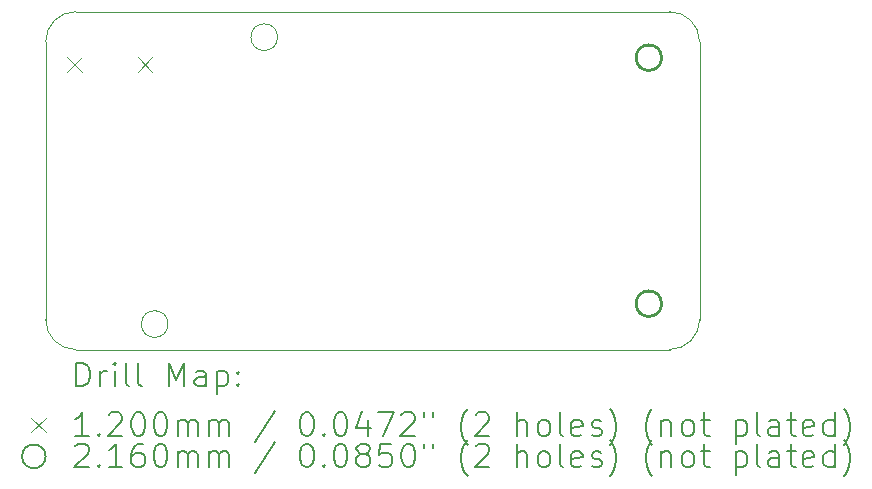
<source format=gbr>
%TF.GenerationSoftware,KiCad,Pcbnew,7.0.10*%
%TF.CreationDate,2024-12-22T23:47:16-08:00*%
%TF.ProjectId,wsg1.0,77736731-2e30-42e6-9b69-6361645f7063,rev?*%
%TF.SameCoordinates,Original*%
%TF.FileFunction,Drillmap*%
%TF.FilePolarity,Positive*%
%FSLAX45Y45*%
G04 Gerber Fmt 4.5, Leading zero omitted, Abs format (unit mm)*
G04 Created by KiCad (PCBNEW 7.0.10) date 2024-12-22 23:47:16*
%MOMM*%
%LPD*%
G01*
G04 APERTURE LIST*
%ADD10C,0.010000*%
%ADD11C,0.200000*%
%ADD12C,0.120000*%
%ADD13C,0.216000*%
G04 APERTURE END LIST*
D10*
X5537200Y-254000D02*
G75*
G03*
X5283200Y0I-254000J0D01*
G01*
X1964055Y-215913D02*
G75*
G03*
X1737995Y-215913I-113030J0D01*
G01*
X1737995Y-215913D02*
G75*
G03*
X1964055Y-215913I113030J0D01*
G01*
X254000Y-2860675D02*
X5283200Y-2860675D01*
X5283200Y-2860675D02*
G75*
G03*
X5537200Y-2606675I0J254000D01*
G01*
X1036155Y-2644788D02*
G75*
G03*
X810095Y-2644788I-113030J0D01*
G01*
X810095Y-2644788D02*
G75*
G03*
X1036155Y-2644788I113030J0D01*
G01*
X5283200Y0D02*
X254000Y0D01*
X5537200Y-2606675D02*
X5537200Y-254000D01*
X254000Y0D02*
G75*
G03*
X0Y-254000I0J-254000D01*
G01*
X0Y-2606675D02*
G75*
G03*
X254000Y-2860675I254000J0D01*
G01*
X0Y-254000D02*
X0Y-2606675D01*
D11*
D12*
X184000Y-387000D02*
X304000Y-507000D01*
X304000Y-387000D02*
X184000Y-507000D01*
X784000Y-387000D02*
X904000Y-507000D01*
X904000Y-387000D02*
X784000Y-507000D01*
D13*
X5215300Y-389400D02*
G75*
G03*
X4999300Y-389400I-108000J0D01*
G01*
X4999300Y-389400D02*
G75*
G03*
X5215300Y-389400I108000J0D01*
G01*
X5215300Y-2472400D02*
G75*
G03*
X4999300Y-2472400I-108000J0D01*
G01*
X4999300Y-2472400D02*
G75*
G03*
X5215300Y-2472400I108000J0D01*
G01*
D11*
X260277Y-3172659D02*
X260277Y-2972659D01*
X260277Y-2972659D02*
X307896Y-2972659D01*
X307896Y-2972659D02*
X336467Y-2982183D01*
X336467Y-2982183D02*
X355515Y-3001230D01*
X355515Y-3001230D02*
X365039Y-3020278D01*
X365039Y-3020278D02*
X374562Y-3058373D01*
X374562Y-3058373D02*
X374562Y-3086944D01*
X374562Y-3086944D02*
X365039Y-3125040D01*
X365039Y-3125040D02*
X355515Y-3144087D01*
X355515Y-3144087D02*
X336467Y-3163135D01*
X336467Y-3163135D02*
X307896Y-3172659D01*
X307896Y-3172659D02*
X260277Y-3172659D01*
X460277Y-3172659D02*
X460277Y-3039325D01*
X460277Y-3077421D02*
X469801Y-3058373D01*
X469801Y-3058373D02*
X479324Y-3048849D01*
X479324Y-3048849D02*
X498372Y-3039325D01*
X498372Y-3039325D02*
X517420Y-3039325D01*
X584086Y-3172659D02*
X584086Y-3039325D01*
X584086Y-2972659D02*
X574563Y-2982183D01*
X574563Y-2982183D02*
X584086Y-2991706D01*
X584086Y-2991706D02*
X593610Y-2982183D01*
X593610Y-2982183D02*
X584086Y-2972659D01*
X584086Y-2972659D02*
X584086Y-2991706D01*
X707896Y-3172659D02*
X688848Y-3163135D01*
X688848Y-3163135D02*
X679324Y-3144087D01*
X679324Y-3144087D02*
X679324Y-2972659D01*
X812658Y-3172659D02*
X793610Y-3163135D01*
X793610Y-3163135D02*
X784086Y-3144087D01*
X784086Y-3144087D02*
X784086Y-2972659D01*
X1041229Y-3172659D02*
X1041229Y-2972659D01*
X1041229Y-2972659D02*
X1107896Y-3115516D01*
X1107896Y-3115516D02*
X1174563Y-2972659D01*
X1174563Y-2972659D02*
X1174563Y-3172659D01*
X1355515Y-3172659D02*
X1355515Y-3067897D01*
X1355515Y-3067897D02*
X1345991Y-3048849D01*
X1345991Y-3048849D02*
X1326944Y-3039325D01*
X1326944Y-3039325D02*
X1288848Y-3039325D01*
X1288848Y-3039325D02*
X1269801Y-3048849D01*
X1355515Y-3163135D02*
X1336467Y-3172659D01*
X1336467Y-3172659D02*
X1288848Y-3172659D01*
X1288848Y-3172659D02*
X1269801Y-3163135D01*
X1269801Y-3163135D02*
X1260277Y-3144087D01*
X1260277Y-3144087D02*
X1260277Y-3125040D01*
X1260277Y-3125040D02*
X1269801Y-3105992D01*
X1269801Y-3105992D02*
X1288848Y-3096468D01*
X1288848Y-3096468D02*
X1336467Y-3096468D01*
X1336467Y-3096468D02*
X1355515Y-3086944D01*
X1450753Y-3039325D02*
X1450753Y-3239325D01*
X1450753Y-3048849D02*
X1469801Y-3039325D01*
X1469801Y-3039325D02*
X1507896Y-3039325D01*
X1507896Y-3039325D02*
X1526943Y-3048849D01*
X1526943Y-3048849D02*
X1536467Y-3058373D01*
X1536467Y-3058373D02*
X1545991Y-3077421D01*
X1545991Y-3077421D02*
X1545991Y-3134563D01*
X1545991Y-3134563D02*
X1536467Y-3153611D01*
X1536467Y-3153611D02*
X1526943Y-3163135D01*
X1526943Y-3163135D02*
X1507896Y-3172659D01*
X1507896Y-3172659D02*
X1469801Y-3172659D01*
X1469801Y-3172659D02*
X1450753Y-3163135D01*
X1631705Y-3153611D02*
X1641229Y-3163135D01*
X1641229Y-3163135D02*
X1631705Y-3172659D01*
X1631705Y-3172659D02*
X1622182Y-3163135D01*
X1622182Y-3163135D02*
X1631705Y-3153611D01*
X1631705Y-3153611D02*
X1631705Y-3172659D01*
X1631705Y-3048849D02*
X1641229Y-3058373D01*
X1641229Y-3058373D02*
X1631705Y-3067897D01*
X1631705Y-3067897D02*
X1622182Y-3058373D01*
X1622182Y-3058373D02*
X1631705Y-3048849D01*
X1631705Y-3048849D02*
X1631705Y-3067897D01*
D12*
X-120500Y-3441175D02*
X-500Y-3561175D01*
X-500Y-3441175D02*
X-120500Y-3561175D01*
D11*
X365039Y-3592659D02*
X250753Y-3592659D01*
X307896Y-3592659D02*
X307896Y-3392659D01*
X307896Y-3392659D02*
X288848Y-3421230D01*
X288848Y-3421230D02*
X269801Y-3440278D01*
X269801Y-3440278D02*
X250753Y-3449802D01*
X450753Y-3573611D02*
X460277Y-3583135D01*
X460277Y-3583135D02*
X450753Y-3592659D01*
X450753Y-3592659D02*
X441229Y-3583135D01*
X441229Y-3583135D02*
X450753Y-3573611D01*
X450753Y-3573611D02*
X450753Y-3592659D01*
X536467Y-3411706D02*
X545991Y-3402183D01*
X545991Y-3402183D02*
X565039Y-3392659D01*
X565039Y-3392659D02*
X612658Y-3392659D01*
X612658Y-3392659D02*
X631705Y-3402183D01*
X631705Y-3402183D02*
X641229Y-3411706D01*
X641229Y-3411706D02*
X650753Y-3430754D01*
X650753Y-3430754D02*
X650753Y-3449802D01*
X650753Y-3449802D02*
X641229Y-3478373D01*
X641229Y-3478373D02*
X526944Y-3592659D01*
X526944Y-3592659D02*
X650753Y-3592659D01*
X774562Y-3392659D02*
X793610Y-3392659D01*
X793610Y-3392659D02*
X812658Y-3402183D01*
X812658Y-3402183D02*
X822182Y-3411706D01*
X822182Y-3411706D02*
X831705Y-3430754D01*
X831705Y-3430754D02*
X841229Y-3468849D01*
X841229Y-3468849D02*
X841229Y-3516468D01*
X841229Y-3516468D02*
X831705Y-3554563D01*
X831705Y-3554563D02*
X822182Y-3573611D01*
X822182Y-3573611D02*
X812658Y-3583135D01*
X812658Y-3583135D02*
X793610Y-3592659D01*
X793610Y-3592659D02*
X774562Y-3592659D01*
X774562Y-3592659D02*
X755515Y-3583135D01*
X755515Y-3583135D02*
X745991Y-3573611D01*
X745991Y-3573611D02*
X736467Y-3554563D01*
X736467Y-3554563D02*
X726943Y-3516468D01*
X726943Y-3516468D02*
X726943Y-3468849D01*
X726943Y-3468849D02*
X736467Y-3430754D01*
X736467Y-3430754D02*
X745991Y-3411706D01*
X745991Y-3411706D02*
X755515Y-3402183D01*
X755515Y-3402183D02*
X774562Y-3392659D01*
X965039Y-3392659D02*
X984086Y-3392659D01*
X984086Y-3392659D02*
X1003134Y-3402183D01*
X1003134Y-3402183D02*
X1012658Y-3411706D01*
X1012658Y-3411706D02*
X1022182Y-3430754D01*
X1022182Y-3430754D02*
X1031705Y-3468849D01*
X1031705Y-3468849D02*
X1031705Y-3516468D01*
X1031705Y-3516468D02*
X1022182Y-3554563D01*
X1022182Y-3554563D02*
X1012658Y-3573611D01*
X1012658Y-3573611D02*
X1003134Y-3583135D01*
X1003134Y-3583135D02*
X984086Y-3592659D01*
X984086Y-3592659D02*
X965039Y-3592659D01*
X965039Y-3592659D02*
X945991Y-3583135D01*
X945991Y-3583135D02*
X936467Y-3573611D01*
X936467Y-3573611D02*
X926943Y-3554563D01*
X926943Y-3554563D02*
X917420Y-3516468D01*
X917420Y-3516468D02*
X917420Y-3468849D01*
X917420Y-3468849D02*
X926943Y-3430754D01*
X926943Y-3430754D02*
X936467Y-3411706D01*
X936467Y-3411706D02*
X945991Y-3402183D01*
X945991Y-3402183D02*
X965039Y-3392659D01*
X1117420Y-3592659D02*
X1117420Y-3459325D01*
X1117420Y-3478373D02*
X1126944Y-3468849D01*
X1126944Y-3468849D02*
X1145991Y-3459325D01*
X1145991Y-3459325D02*
X1174563Y-3459325D01*
X1174563Y-3459325D02*
X1193610Y-3468849D01*
X1193610Y-3468849D02*
X1203134Y-3487897D01*
X1203134Y-3487897D02*
X1203134Y-3592659D01*
X1203134Y-3487897D02*
X1212658Y-3468849D01*
X1212658Y-3468849D02*
X1231705Y-3459325D01*
X1231705Y-3459325D02*
X1260277Y-3459325D01*
X1260277Y-3459325D02*
X1279325Y-3468849D01*
X1279325Y-3468849D02*
X1288848Y-3487897D01*
X1288848Y-3487897D02*
X1288848Y-3592659D01*
X1384086Y-3592659D02*
X1384086Y-3459325D01*
X1384086Y-3478373D02*
X1393610Y-3468849D01*
X1393610Y-3468849D02*
X1412658Y-3459325D01*
X1412658Y-3459325D02*
X1441229Y-3459325D01*
X1441229Y-3459325D02*
X1460277Y-3468849D01*
X1460277Y-3468849D02*
X1469801Y-3487897D01*
X1469801Y-3487897D02*
X1469801Y-3592659D01*
X1469801Y-3487897D02*
X1479324Y-3468849D01*
X1479324Y-3468849D02*
X1498372Y-3459325D01*
X1498372Y-3459325D02*
X1526943Y-3459325D01*
X1526943Y-3459325D02*
X1545991Y-3468849D01*
X1545991Y-3468849D02*
X1555515Y-3487897D01*
X1555515Y-3487897D02*
X1555515Y-3592659D01*
X1945991Y-3383135D02*
X1774563Y-3640278D01*
X2203134Y-3392659D02*
X2222182Y-3392659D01*
X2222182Y-3392659D02*
X2241229Y-3402183D01*
X2241229Y-3402183D02*
X2250753Y-3411706D01*
X2250753Y-3411706D02*
X2260277Y-3430754D01*
X2260277Y-3430754D02*
X2269801Y-3468849D01*
X2269801Y-3468849D02*
X2269801Y-3516468D01*
X2269801Y-3516468D02*
X2260277Y-3554563D01*
X2260277Y-3554563D02*
X2250753Y-3573611D01*
X2250753Y-3573611D02*
X2241229Y-3583135D01*
X2241229Y-3583135D02*
X2222182Y-3592659D01*
X2222182Y-3592659D02*
X2203134Y-3592659D01*
X2203134Y-3592659D02*
X2184087Y-3583135D01*
X2184087Y-3583135D02*
X2174563Y-3573611D01*
X2174563Y-3573611D02*
X2165039Y-3554563D01*
X2165039Y-3554563D02*
X2155515Y-3516468D01*
X2155515Y-3516468D02*
X2155515Y-3468849D01*
X2155515Y-3468849D02*
X2165039Y-3430754D01*
X2165039Y-3430754D02*
X2174563Y-3411706D01*
X2174563Y-3411706D02*
X2184087Y-3402183D01*
X2184087Y-3402183D02*
X2203134Y-3392659D01*
X2355515Y-3573611D02*
X2365039Y-3583135D01*
X2365039Y-3583135D02*
X2355515Y-3592659D01*
X2355515Y-3592659D02*
X2345991Y-3583135D01*
X2345991Y-3583135D02*
X2355515Y-3573611D01*
X2355515Y-3573611D02*
X2355515Y-3592659D01*
X2488848Y-3392659D02*
X2507896Y-3392659D01*
X2507896Y-3392659D02*
X2526944Y-3402183D01*
X2526944Y-3402183D02*
X2536468Y-3411706D01*
X2536468Y-3411706D02*
X2545991Y-3430754D01*
X2545991Y-3430754D02*
X2555515Y-3468849D01*
X2555515Y-3468849D02*
X2555515Y-3516468D01*
X2555515Y-3516468D02*
X2545991Y-3554563D01*
X2545991Y-3554563D02*
X2536468Y-3573611D01*
X2536468Y-3573611D02*
X2526944Y-3583135D01*
X2526944Y-3583135D02*
X2507896Y-3592659D01*
X2507896Y-3592659D02*
X2488848Y-3592659D01*
X2488848Y-3592659D02*
X2469801Y-3583135D01*
X2469801Y-3583135D02*
X2460277Y-3573611D01*
X2460277Y-3573611D02*
X2450753Y-3554563D01*
X2450753Y-3554563D02*
X2441229Y-3516468D01*
X2441229Y-3516468D02*
X2441229Y-3468849D01*
X2441229Y-3468849D02*
X2450753Y-3430754D01*
X2450753Y-3430754D02*
X2460277Y-3411706D01*
X2460277Y-3411706D02*
X2469801Y-3402183D01*
X2469801Y-3402183D02*
X2488848Y-3392659D01*
X2726944Y-3459325D02*
X2726944Y-3592659D01*
X2679325Y-3383135D02*
X2631706Y-3525992D01*
X2631706Y-3525992D02*
X2755515Y-3525992D01*
X2812658Y-3392659D02*
X2945991Y-3392659D01*
X2945991Y-3392659D02*
X2860277Y-3592659D01*
X3012658Y-3411706D02*
X3022182Y-3402183D01*
X3022182Y-3402183D02*
X3041229Y-3392659D01*
X3041229Y-3392659D02*
X3088848Y-3392659D01*
X3088848Y-3392659D02*
X3107896Y-3402183D01*
X3107896Y-3402183D02*
X3117420Y-3411706D01*
X3117420Y-3411706D02*
X3126944Y-3430754D01*
X3126944Y-3430754D02*
X3126944Y-3449802D01*
X3126944Y-3449802D02*
X3117420Y-3478373D01*
X3117420Y-3478373D02*
X3003134Y-3592659D01*
X3003134Y-3592659D02*
X3126944Y-3592659D01*
X3203134Y-3392659D02*
X3203134Y-3430754D01*
X3279325Y-3392659D02*
X3279325Y-3430754D01*
X3574563Y-3668849D02*
X3565039Y-3659325D01*
X3565039Y-3659325D02*
X3545991Y-3630754D01*
X3545991Y-3630754D02*
X3536468Y-3611706D01*
X3536468Y-3611706D02*
X3526944Y-3583135D01*
X3526944Y-3583135D02*
X3517420Y-3535516D01*
X3517420Y-3535516D02*
X3517420Y-3497421D01*
X3517420Y-3497421D02*
X3526944Y-3449802D01*
X3526944Y-3449802D02*
X3536468Y-3421230D01*
X3536468Y-3421230D02*
X3545991Y-3402183D01*
X3545991Y-3402183D02*
X3565039Y-3373611D01*
X3565039Y-3373611D02*
X3574563Y-3364087D01*
X3641229Y-3411706D02*
X3650753Y-3402183D01*
X3650753Y-3402183D02*
X3669801Y-3392659D01*
X3669801Y-3392659D02*
X3717420Y-3392659D01*
X3717420Y-3392659D02*
X3736468Y-3402183D01*
X3736468Y-3402183D02*
X3745991Y-3411706D01*
X3745991Y-3411706D02*
X3755515Y-3430754D01*
X3755515Y-3430754D02*
X3755515Y-3449802D01*
X3755515Y-3449802D02*
X3745991Y-3478373D01*
X3745991Y-3478373D02*
X3631706Y-3592659D01*
X3631706Y-3592659D02*
X3755515Y-3592659D01*
X3993610Y-3592659D02*
X3993610Y-3392659D01*
X4079325Y-3592659D02*
X4079325Y-3487897D01*
X4079325Y-3487897D02*
X4069801Y-3468849D01*
X4069801Y-3468849D02*
X4050753Y-3459325D01*
X4050753Y-3459325D02*
X4022182Y-3459325D01*
X4022182Y-3459325D02*
X4003134Y-3468849D01*
X4003134Y-3468849D02*
X3993610Y-3478373D01*
X4203134Y-3592659D02*
X4184087Y-3583135D01*
X4184087Y-3583135D02*
X4174563Y-3573611D01*
X4174563Y-3573611D02*
X4165039Y-3554563D01*
X4165039Y-3554563D02*
X4165039Y-3497421D01*
X4165039Y-3497421D02*
X4174563Y-3478373D01*
X4174563Y-3478373D02*
X4184087Y-3468849D01*
X4184087Y-3468849D02*
X4203134Y-3459325D01*
X4203134Y-3459325D02*
X4231706Y-3459325D01*
X4231706Y-3459325D02*
X4250753Y-3468849D01*
X4250753Y-3468849D02*
X4260277Y-3478373D01*
X4260277Y-3478373D02*
X4269801Y-3497421D01*
X4269801Y-3497421D02*
X4269801Y-3554563D01*
X4269801Y-3554563D02*
X4260277Y-3573611D01*
X4260277Y-3573611D02*
X4250753Y-3583135D01*
X4250753Y-3583135D02*
X4231706Y-3592659D01*
X4231706Y-3592659D02*
X4203134Y-3592659D01*
X4384087Y-3592659D02*
X4365039Y-3583135D01*
X4365039Y-3583135D02*
X4355515Y-3564087D01*
X4355515Y-3564087D02*
X4355515Y-3392659D01*
X4536468Y-3583135D02*
X4517420Y-3592659D01*
X4517420Y-3592659D02*
X4479325Y-3592659D01*
X4479325Y-3592659D02*
X4460277Y-3583135D01*
X4460277Y-3583135D02*
X4450753Y-3564087D01*
X4450753Y-3564087D02*
X4450753Y-3487897D01*
X4450753Y-3487897D02*
X4460277Y-3468849D01*
X4460277Y-3468849D02*
X4479325Y-3459325D01*
X4479325Y-3459325D02*
X4517420Y-3459325D01*
X4517420Y-3459325D02*
X4536468Y-3468849D01*
X4536468Y-3468849D02*
X4545992Y-3487897D01*
X4545992Y-3487897D02*
X4545992Y-3506944D01*
X4545992Y-3506944D02*
X4450753Y-3525992D01*
X4622182Y-3583135D02*
X4641230Y-3592659D01*
X4641230Y-3592659D02*
X4679325Y-3592659D01*
X4679325Y-3592659D02*
X4698373Y-3583135D01*
X4698373Y-3583135D02*
X4707896Y-3564087D01*
X4707896Y-3564087D02*
X4707896Y-3554563D01*
X4707896Y-3554563D02*
X4698373Y-3535516D01*
X4698373Y-3535516D02*
X4679325Y-3525992D01*
X4679325Y-3525992D02*
X4650753Y-3525992D01*
X4650753Y-3525992D02*
X4631706Y-3516468D01*
X4631706Y-3516468D02*
X4622182Y-3497421D01*
X4622182Y-3497421D02*
X4622182Y-3487897D01*
X4622182Y-3487897D02*
X4631706Y-3468849D01*
X4631706Y-3468849D02*
X4650753Y-3459325D01*
X4650753Y-3459325D02*
X4679325Y-3459325D01*
X4679325Y-3459325D02*
X4698373Y-3468849D01*
X4774563Y-3668849D02*
X4784087Y-3659325D01*
X4784087Y-3659325D02*
X4803134Y-3630754D01*
X4803134Y-3630754D02*
X4812658Y-3611706D01*
X4812658Y-3611706D02*
X4822182Y-3583135D01*
X4822182Y-3583135D02*
X4831706Y-3535516D01*
X4831706Y-3535516D02*
X4831706Y-3497421D01*
X4831706Y-3497421D02*
X4822182Y-3449802D01*
X4822182Y-3449802D02*
X4812658Y-3421230D01*
X4812658Y-3421230D02*
X4803134Y-3402183D01*
X4803134Y-3402183D02*
X4784087Y-3373611D01*
X4784087Y-3373611D02*
X4774563Y-3364087D01*
X5136468Y-3668849D02*
X5126944Y-3659325D01*
X5126944Y-3659325D02*
X5107896Y-3630754D01*
X5107896Y-3630754D02*
X5098373Y-3611706D01*
X5098373Y-3611706D02*
X5088849Y-3583135D01*
X5088849Y-3583135D02*
X5079325Y-3535516D01*
X5079325Y-3535516D02*
X5079325Y-3497421D01*
X5079325Y-3497421D02*
X5088849Y-3449802D01*
X5088849Y-3449802D02*
X5098373Y-3421230D01*
X5098373Y-3421230D02*
X5107896Y-3402183D01*
X5107896Y-3402183D02*
X5126944Y-3373611D01*
X5126944Y-3373611D02*
X5136468Y-3364087D01*
X5212658Y-3459325D02*
X5212658Y-3592659D01*
X5212658Y-3478373D02*
X5222182Y-3468849D01*
X5222182Y-3468849D02*
X5241230Y-3459325D01*
X5241230Y-3459325D02*
X5269801Y-3459325D01*
X5269801Y-3459325D02*
X5288849Y-3468849D01*
X5288849Y-3468849D02*
X5298373Y-3487897D01*
X5298373Y-3487897D02*
X5298373Y-3592659D01*
X5422182Y-3592659D02*
X5403134Y-3583135D01*
X5403134Y-3583135D02*
X5393611Y-3573611D01*
X5393611Y-3573611D02*
X5384087Y-3554563D01*
X5384087Y-3554563D02*
X5384087Y-3497421D01*
X5384087Y-3497421D02*
X5393611Y-3478373D01*
X5393611Y-3478373D02*
X5403134Y-3468849D01*
X5403134Y-3468849D02*
X5422182Y-3459325D01*
X5422182Y-3459325D02*
X5450754Y-3459325D01*
X5450754Y-3459325D02*
X5469801Y-3468849D01*
X5469801Y-3468849D02*
X5479325Y-3478373D01*
X5479325Y-3478373D02*
X5488849Y-3497421D01*
X5488849Y-3497421D02*
X5488849Y-3554563D01*
X5488849Y-3554563D02*
X5479325Y-3573611D01*
X5479325Y-3573611D02*
X5469801Y-3583135D01*
X5469801Y-3583135D02*
X5450754Y-3592659D01*
X5450754Y-3592659D02*
X5422182Y-3592659D01*
X5545992Y-3459325D02*
X5622182Y-3459325D01*
X5574563Y-3392659D02*
X5574563Y-3564087D01*
X5574563Y-3564087D02*
X5584087Y-3583135D01*
X5584087Y-3583135D02*
X5603134Y-3592659D01*
X5603134Y-3592659D02*
X5622182Y-3592659D01*
X5841230Y-3459325D02*
X5841230Y-3659325D01*
X5841230Y-3468849D02*
X5860277Y-3459325D01*
X5860277Y-3459325D02*
X5898373Y-3459325D01*
X5898373Y-3459325D02*
X5917420Y-3468849D01*
X5917420Y-3468849D02*
X5926944Y-3478373D01*
X5926944Y-3478373D02*
X5936468Y-3497421D01*
X5936468Y-3497421D02*
X5936468Y-3554563D01*
X5936468Y-3554563D02*
X5926944Y-3573611D01*
X5926944Y-3573611D02*
X5917420Y-3583135D01*
X5917420Y-3583135D02*
X5898373Y-3592659D01*
X5898373Y-3592659D02*
X5860277Y-3592659D01*
X5860277Y-3592659D02*
X5841230Y-3583135D01*
X6050753Y-3592659D02*
X6031706Y-3583135D01*
X6031706Y-3583135D02*
X6022182Y-3564087D01*
X6022182Y-3564087D02*
X6022182Y-3392659D01*
X6212658Y-3592659D02*
X6212658Y-3487897D01*
X6212658Y-3487897D02*
X6203134Y-3468849D01*
X6203134Y-3468849D02*
X6184087Y-3459325D01*
X6184087Y-3459325D02*
X6145992Y-3459325D01*
X6145992Y-3459325D02*
X6126944Y-3468849D01*
X6212658Y-3583135D02*
X6193611Y-3592659D01*
X6193611Y-3592659D02*
X6145992Y-3592659D01*
X6145992Y-3592659D02*
X6126944Y-3583135D01*
X6126944Y-3583135D02*
X6117420Y-3564087D01*
X6117420Y-3564087D02*
X6117420Y-3545040D01*
X6117420Y-3545040D02*
X6126944Y-3525992D01*
X6126944Y-3525992D02*
X6145992Y-3516468D01*
X6145992Y-3516468D02*
X6193611Y-3516468D01*
X6193611Y-3516468D02*
X6212658Y-3506944D01*
X6279325Y-3459325D02*
X6355515Y-3459325D01*
X6307896Y-3392659D02*
X6307896Y-3564087D01*
X6307896Y-3564087D02*
X6317420Y-3583135D01*
X6317420Y-3583135D02*
X6336468Y-3592659D01*
X6336468Y-3592659D02*
X6355515Y-3592659D01*
X6498373Y-3583135D02*
X6479325Y-3592659D01*
X6479325Y-3592659D02*
X6441230Y-3592659D01*
X6441230Y-3592659D02*
X6422182Y-3583135D01*
X6422182Y-3583135D02*
X6412658Y-3564087D01*
X6412658Y-3564087D02*
X6412658Y-3487897D01*
X6412658Y-3487897D02*
X6422182Y-3468849D01*
X6422182Y-3468849D02*
X6441230Y-3459325D01*
X6441230Y-3459325D02*
X6479325Y-3459325D01*
X6479325Y-3459325D02*
X6498373Y-3468849D01*
X6498373Y-3468849D02*
X6507896Y-3487897D01*
X6507896Y-3487897D02*
X6507896Y-3506944D01*
X6507896Y-3506944D02*
X6412658Y-3525992D01*
X6679325Y-3592659D02*
X6679325Y-3392659D01*
X6679325Y-3583135D02*
X6660277Y-3592659D01*
X6660277Y-3592659D02*
X6622182Y-3592659D01*
X6622182Y-3592659D02*
X6603134Y-3583135D01*
X6603134Y-3583135D02*
X6593611Y-3573611D01*
X6593611Y-3573611D02*
X6584087Y-3554563D01*
X6584087Y-3554563D02*
X6584087Y-3497421D01*
X6584087Y-3497421D02*
X6593611Y-3478373D01*
X6593611Y-3478373D02*
X6603134Y-3468849D01*
X6603134Y-3468849D02*
X6622182Y-3459325D01*
X6622182Y-3459325D02*
X6660277Y-3459325D01*
X6660277Y-3459325D02*
X6679325Y-3468849D01*
X6755515Y-3668849D02*
X6765039Y-3659325D01*
X6765039Y-3659325D02*
X6784087Y-3630754D01*
X6784087Y-3630754D02*
X6793611Y-3611706D01*
X6793611Y-3611706D02*
X6803134Y-3583135D01*
X6803134Y-3583135D02*
X6812658Y-3535516D01*
X6812658Y-3535516D02*
X6812658Y-3497421D01*
X6812658Y-3497421D02*
X6803134Y-3449802D01*
X6803134Y-3449802D02*
X6793611Y-3421230D01*
X6793611Y-3421230D02*
X6784087Y-3402183D01*
X6784087Y-3402183D02*
X6765039Y-3373611D01*
X6765039Y-3373611D02*
X6755515Y-3364087D01*
X-500Y-3765175D02*
G75*
G03*
X-200500Y-3765175I-100000J0D01*
G01*
X-200500Y-3765175D02*
G75*
G03*
X-500Y-3765175I100000J0D01*
G01*
X250753Y-3675706D02*
X260277Y-3666183D01*
X260277Y-3666183D02*
X279324Y-3656659D01*
X279324Y-3656659D02*
X326944Y-3656659D01*
X326944Y-3656659D02*
X345991Y-3666183D01*
X345991Y-3666183D02*
X355515Y-3675706D01*
X355515Y-3675706D02*
X365039Y-3694754D01*
X365039Y-3694754D02*
X365039Y-3713802D01*
X365039Y-3713802D02*
X355515Y-3742373D01*
X355515Y-3742373D02*
X241229Y-3856659D01*
X241229Y-3856659D02*
X365039Y-3856659D01*
X450753Y-3837611D02*
X460277Y-3847135D01*
X460277Y-3847135D02*
X450753Y-3856659D01*
X450753Y-3856659D02*
X441229Y-3847135D01*
X441229Y-3847135D02*
X450753Y-3837611D01*
X450753Y-3837611D02*
X450753Y-3856659D01*
X650753Y-3856659D02*
X536467Y-3856659D01*
X593610Y-3856659D02*
X593610Y-3656659D01*
X593610Y-3656659D02*
X574563Y-3685230D01*
X574563Y-3685230D02*
X555515Y-3704278D01*
X555515Y-3704278D02*
X536467Y-3713802D01*
X822182Y-3656659D02*
X784086Y-3656659D01*
X784086Y-3656659D02*
X765039Y-3666183D01*
X765039Y-3666183D02*
X755515Y-3675706D01*
X755515Y-3675706D02*
X736467Y-3704278D01*
X736467Y-3704278D02*
X726943Y-3742373D01*
X726943Y-3742373D02*
X726943Y-3818563D01*
X726943Y-3818563D02*
X736467Y-3837611D01*
X736467Y-3837611D02*
X745991Y-3847135D01*
X745991Y-3847135D02*
X765039Y-3856659D01*
X765039Y-3856659D02*
X803134Y-3856659D01*
X803134Y-3856659D02*
X822182Y-3847135D01*
X822182Y-3847135D02*
X831705Y-3837611D01*
X831705Y-3837611D02*
X841229Y-3818563D01*
X841229Y-3818563D02*
X841229Y-3770944D01*
X841229Y-3770944D02*
X831705Y-3751897D01*
X831705Y-3751897D02*
X822182Y-3742373D01*
X822182Y-3742373D02*
X803134Y-3732849D01*
X803134Y-3732849D02*
X765039Y-3732849D01*
X765039Y-3732849D02*
X745991Y-3742373D01*
X745991Y-3742373D02*
X736467Y-3751897D01*
X736467Y-3751897D02*
X726943Y-3770944D01*
X965039Y-3656659D02*
X984086Y-3656659D01*
X984086Y-3656659D02*
X1003134Y-3666183D01*
X1003134Y-3666183D02*
X1012658Y-3675706D01*
X1012658Y-3675706D02*
X1022182Y-3694754D01*
X1022182Y-3694754D02*
X1031705Y-3732849D01*
X1031705Y-3732849D02*
X1031705Y-3780468D01*
X1031705Y-3780468D02*
X1022182Y-3818563D01*
X1022182Y-3818563D02*
X1012658Y-3837611D01*
X1012658Y-3837611D02*
X1003134Y-3847135D01*
X1003134Y-3847135D02*
X984086Y-3856659D01*
X984086Y-3856659D02*
X965039Y-3856659D01*
X965039Y-3856659D02*
X945991Y-3847135D01*
X945991Y-3847135D02*
X936467Y-3837611D01*
X936467Y-3837611D02*
X926943Y-3818563D01*
X926943Y-3818563D02*
X917420Y-3780468D01*
X917420Y-3780468D02*
X917420Y-3732849D01*
X917420Y-3732849D02*
X926943Y-3694754D01*
X926943Y-3694754D02*
X936467Y-3675706D01*
X936467Y-3675706D02*
X945991Y-3666183D01*
X945991Y-3666183D02*
X965039Y-3656659D01*
X1117420Y-3856659D02*
X1117420Y-3723325D01*
X1117420Y-3742373D02*
X1126944Y-3732849D01*
X1126944Y-3732849D02*
X1145991Y-3723325D01*
X1145991Y-3723325D02*
X1174563Y-3723325D01*
X1174563Y-3723325D02*
X1193610Y-3732849D01*
X1193610Y-3732849D02*
X1203134Y-3751897D01*
X1203134Y-3751897D02*
X1203134Y-3856659D01*
X1203134Y-3751897D02*
X1212658Y-3732849D01*
X1212658Y-3732849D02*
X1231705Y-3723325D01*
X1231705Y-3723325D02*
X1260277Y-3723325D01*
X1260277Y-3723325D02*
X1279325Y-3732849D01*
X1279325Y-3732849D02*
X1288848Y-3751897D01*
X1288848Y-3751897D02*
X1288848Y-3856659D01*
X1384086Y-3856659D02*
X1384086Y-3723325D01*
X1384086Y-3742373D02*
X1393610Y-3732849D01*
X1393610Y-3732849D02*
X1412658Y-3723325D01*
X1412658Y-3723325D02*
X1441229Y-3723325D01*
X1441229Y-3723325D02*
X1460277Y-3732849D01*
X1460277Y-3732849D02*
X1469801Y-3751897D01*
X1469801Y-3751897D02*
X1469801Y-3856659D01*
X1469801Y-3751897D02*
X1479324Y-3732849D01*
X1479324Y-3732849D02*
X1498372Y-3723325D01*
X1498372Y-3723325D02*
X1526943Y-3723325D01*
X1526943Y-3723325D02*
X1545991Y-3732849D01*
X1545991Y-3732849D02*
X1555515Y-3751897D01*
X1555515Y-3751897D02*
X1555515Y-3856659D01*
X1945991Y-3647135D02*
X1774563Y-3904278D01*
X2203134Y-3656659D02*
X2222182Y-3656659D01*
X2222182Y-3656659D02*
X2241229Y-3666183D01*
X2241229Y-3666183D02*
X2250753Y-3675706D01*
X2250753Y-3675706D02*
X2260277Y-3694754D01*
X2260277Y-3694754D02*
X2269801Y-3732849D01*
X2269801Y-3732849D02*
X2269801Y-3780468D01*
X2269801Y-3780468D02*
X2260277Y-3818563D01*
X2260277Y-3818563D02*
X2250753Y-3837611D01*
X2250753Y-3837611D02*
X2241229Y-3847135D01*
X2241229Y-3847135D02*
X2222182Y-3856659D01*
X2222182Y-3856659D02*
X2203134Y-3856659D01*
X2203134Y-3856659D02*
X2184087Y-3847135D01*
X2184087Y-3847135D02*
X2174563Y-3837611D01*
X2174563Y-3837611D02*
X2165039Y-3818563D01*
X2165039Y-3818563D02*
X2155515Y-3780468D01*
X2155515Y-3780468D02*
X2155515Y-3732849D01*
X2155515Y-3732849D02*
X2165039Y-3694754D01*
X2165039Y-3694754D02*
X2174563Y-3675706D01*
X2174563Y-3675706D02*
X2184087Y-3666183D01*
X2184087Y-3666183D02*
X2203134Y-3656659D01*
X2355515Y-3837611D02*
X2365039Y-3847135D01*
X2365039Y-3847135D02*
X2355515Y-3856659D01*
X2355515Y-3856659D02*
X2345991Y-3847135D01*
X2345991Y-3847135D02*
X2355515Y-3837611D01*
X2355515Y-3837611D02*
X2355515Y-3856659D01*
X2488848Y-3656659D02*
X2507896Y-3656659D01*
X2507896Y-3656659D02*
X2526944Y-3666183D01*
X2526944Y-3666183D02*
X2536468Y-3675706D01*
X2536468Y-3675706D02*
X2545991Y-3694754D01*
X2545991Y-3694754D02*
X2555515Y-3732849D01*
X2555515Y-3732849D02*
X2555515Y-3780468D01*
X2555515Y-3780468D02*
X2545991Y-3818563D01*
X2545991Y-3818563D02*
X2536468Y-3837611D01*
X2536468Y-3837611D02*
X2526944Y-3847135D01*
X2526944Y-3847135D02*
X2507896Y-3856659D01*
X2507896Y-3856659D02*
X2488848Y-3856659D01*
X2488848Y-3856659D02*
X2469801Y-3847135D01*
X2469801Y-3847135D02*
X2460277Y-3837611D01*
X2460277Y-3837611D02*
X2450753Y-3818563D01*
X2450753Y-3818563D02*
X2441229Y-3780468D01*
X2441229Y-3780468D02*
X2441229Y-3732849D01*
X2441229Y-3732849D02*
X2450753Y-3694754D01*
X2450753Y-3694754D02*
X2460277Y-3675706D01*
X2460277Y-3675706D02*
X2469801Y-3666183D01*
X2469801Y-3666183D02*
X2488848Y-3656659D01*
X2669801Y-3742373D02*
X2650753Y-3732849D01*
X2650753Y-3732849D02*
X2641229Y-3723325D01*
X2641229Y-3723325D02*
X2631706Y-3704278D01*
X2631706Y-3704278D02*
X2631706Y-3694754D01*
X2631706Y-3694754D02*
X2641229Y-3675706D01*
X2641229Y-3675706D02*
X2650753Y-3666183D01*
X2650753Y-3666183D02*
X2669801Y-3656659D01*
X2669801Y-3656659D02*
X2707896Y-3656659D01*
X2707896Y-3656659D02*
X2726944Y-3666183D01*
X2726944Y-3666183D02*
X2736468Y-3675706D01*
X2736468Y-3675706D02*
X2745991Y-3694754D01*
X2745991Y-3694754D02*
X2745991Y-3704278D01*
X2745991Y-3704278D02*
X2736468Y-3723325D01*
X2736468Y-3723325D02*
X2726944Y-3732849D01*
X2726944Y-3732849D02*
X2707896Y-3742373D01*
X2707896Y-3742373D02*
X2669801Y-3742373D01*
X2669801Y-3742373D02*
X2650753Y-3751897D01*
X2650753Y-3751897D02*
X2641229Y-3761421D01*
X2641229Y-3761421D02*
X2631706Y-3780468D01*
X2631706Y-3780468D02*
X2631706Y-3818563D01*
X2631706Y-3818563D02*
X2641229Y-3837611D01*
X2641229Y-3837611D02*
X2650753Y-3847135D01*
X2650753Y-3847135D02*
X2669801Y-3856659D01*
X2669801Y-3856659D02*
X2707896Y-3856659D01*
X2707896Y-3856659D02*
X2726944Y-3847135D01*
X2726944Y-3847135D02*
X2736468Y-3837611D01*
X2736468Y-3837611D02*
X2745991Y-3818563D01*
X2745991Y-3818563D02*
X2745991Y-3780468D01*
X2745991Y-3780468D02*
X2736468Y-3761421D01*
X2736468Y-3761421D02*
X2726944Y-3751897D01*
X2726944Y-3751897D02*
X2707896Y-3742373D01*
X2926944Y-3656659D02*
X2831706Y-3656659D01*
X2831706Y-3656659D02*
X2822182Y-3751897D01*
X2822182Y-3751897D02*
X2831706Y-3742373D01*
X2831706Y-3742373D02*
X2850753Y-3732849D01*
X2850753Y-3732849D02*
X2898372Y-3732849D01*
X2898372Y-3732849D02*
X2917420Y-3742373D01*
X2917420Y-3742373D02*
X2926944Y-3751897D01*
X2926944Y-3751897D02*
X2936467Y-3770944D01*
X2936467Y-3770944D02*
X2936467Y-3818563D01*
X2936467Y-3818563D02*
X2926944Y-3837611D01*
X2926944Y-3837611D02*
X2917420Y-3847135D01*
X2917420Y-3847135D02*
X2898372Y-3856659D01*
X2898372Y-3856659D02*
X2850753Y-3856659D01*
X2850753Y-3856659D02*
X2831706Y-3847135D01*
X2831706Y-3847135D02*
X2822182Y-3837611D01*
X3060277Y-3656659D02*
X3079325Y-3656659D01*
X3079325Y-3656659D02*
X3098372Y-3666183D01*
X3098372Y-3666183D02*
X3107896Y-3675706D01*
X3107896Y-3675706D02*
X3117420Y-3694754D01*
X3117420Y-3694754D02*
X3126944Y-3732849D01*
X3126944Y-3732849D02*
X3126944Y-3780468D01*
X3126944Y-3780468D02*
X3117420Y-3818563D01*
X3117420Y-3818563D02*
X3107896Y-3837611D01*
X3107896Y-3837611D02*
X3098372Y-3847135D01*
X3098372Y-3847135D02*
X3079325Y-3856659D01*
X3079325Y-3856659D02*
X3060277Y-3856659D01*
X3060277Y-3856659D02*
X3041229Y-3847135D01*
X3041229Y-3847135D02*
X3031706Y-3837611D01*
X3031706Y-3837611D02*
X3022182Y-3818563D01*
X3022182Y-3818563D02*
X3012658Y-3780468D01*
X3012658Y-3780468D02*
X3012658Y-3732849D01*
X3012658Y-3732849D02*
X3022182Y-3694754D01*
X3022182Y-3694754D02*
X3031706Y-3675706D01*
X3031706Y-3675706D02*
X3041229Y-3666183D01*
X3041229Y-3666183D02*
X3060277Y-3656659D01*
X3203134Y-3656659D02*
X3203134Y-3694754D01*
X3279325Y-3656659D02*
X3279325Y-3694754D01*
X3574563Y-3932849D02*
X3565039Y-3923325D01*
X3565039Y-3923325D02*
X3545991Y-3894754D01*
X3545991Y-3894754D02*
X3536468Y-3875706D01*
X3536468Y-3875706D02*
X3526944Y-3847135D01*
X3526944Y-3847135D02*
X3517420Y-3799516D01*
X3517420Y-3799516D02*
X3517420Y-3761421D01*
X3517420Y-3761421D02*
X3526944Y-3713802D01*
X3526944Y-3713802D02*
X3536468Y-3685230D01*
X3536468Y-3685230D02*
X3545991Y-3666183D01*
X3545991Y-3666183D02*
X3565039Y-3637611D01*
X3565039Y-3637611D02*
X3574563Y-3628087D01*
X3641229Y-3675706D02*
X3650753Y-3666183D01*
X3650753Y-3666183D02*
X3669801Y-3656659D01*
X3669801Y-3656659D02*
X3717420Y-3656659D01*
X3717420Y-3656659D02*
X3736468Y-3666183D01*
X3736468Y-3666183D02*
X3745991Y-3675706D01*
X3745991Y-3675706D02*
X3755515Y-3694754D01*
X3755515Y-3694754D02*
X3755515Y-3713802D01*
X3755515Y-3713802D02*
X3745991Y-3742373D01*
X3745991Y-3742373D02*
X3631706Y-3856659D01*
X3631706Y-3856659D02*
X3755515Y-3856659D01*
X3993610Y-3856659D02*
X3993610Y-3656659D01*
X4079325Y-3856659D02*
X4079325Y-3751897D01*
X4079325Y-3751897D02*
X4069801Y-3732849D01*
X4069801Y-3732849D02*
X4050753Y-3723325D01*
X4050753Y-3723325D02*
X4022182Y-3723325D01*
X4022182Y-3723325D02*
X4003134Y-3732849D01*
X4003134Y-3732849D02*
X3993610Y-3742373D01*
X4203134Y-3856659D02*
X4184087Y-3847135D01*
X4184087Y-3847135D02*
X4174563Y-3837611D01*
X4174563Y-3837611D02*
X4165039Y-3818563D01*
X4165039Y-3818563D02*
X4165039Y-3761421D01*
X4165039Y-3761421D02*
X4174563Y-3742373D01*
X4174563Y-3742373D02*
X4184087Y-3732849D01*
X4184087Y-3732849D02*
X4203134Y-3723325D01*
X4203134Y-3723325D02*
X4231706Y-3723325D01*
X4231706Y-3723325D02*
X4250753Y-3732849D01*
X4250753Y-3732849D02*
X4260277Y-3742373D01*
X4260277Y-3742373D02*
X4269801Y-3761421D01*
X4269801Y-3761421D02*
X4269801Y-3818563D01*
X4269801Y-3818563D02*
X4260277Y-3837611D01*
X4260277Y-3837611D02*
X4250753Y-3847135D01*
X4250753Y-3847135D02*
X4231706Y-3856659D01*
X4231706Y-3856659D02*
X4203134Y-3856659D01*
X4384087Y-3856659D02*
X4365039Y-3847135D01*
X4365039Y-3847135D02*
X4355515Y-3828087D01*
X4355515Y-3828087D02*
X4355515Y-3656659D01*
X4536468Y-3847135D02*
X4517420Y-3856659D01*
X4517420Y-3856659D02*
X4479325Y-3856659D01*
X4479325Y-3856659D02*
X4460277Y-3847135D01*
X4460277Y-3847135D02*
X4450753Y-3828087D01*
X4450753Y-3828087D02*
X4450753Y-3751897D01*
X4450753Y-3751897D02*
X4460277Y-3732849D01*
X4460277Y-3732849D02*
X4479325Y-3723325D01*
X4479325Y-3723325D02*
X4517420Y-3723325D01*
X4517420Y-3723325D02*
X4536468Y-3732849D01*
X4536468Y-3732849D02*
X4545992Y-3751897D01*
X4545992Y-3751897D02*
X4545992Y-3770944D01*
X4545992Y-3770944D02*
X4450753Y-3789992D01*
X4622182Y-3847135D02*
X4641230Y-3856659D01*
X4641230Y-3856659D02*
X4679325Y-3856659D01*
X4679325Y-3856659D02*
X4698373Y-3847135D01*
X4698373Y-3847135D02*
X4707896Y-3828087D01*
X4707896Y-3828087D02*
X4707896Y-3818563D01*
X4707896Y-3818563D02*
X4698373Y-3799516D01*
X4698373Y-3799516D02*
X4679325Y-3789992D01*
X4679325Y-3789992D02*
X4650753Y-3789992D01*
X4650753Y-3789992D02*
X4631706Y-3780468D01*
X4631706Y-3780468D02*
X4622182Y-3761421D01*
X4622182Y-3761421D02*
X4622182Y-3751897D01*
X4622182Y-3751897D02*
X4631706Y-3732849D01*
X4631706Y-3732849D02*
X4650753Y-3723325D01*
X4650753Y-3723325D02*
X4679325Y-3723325D01*
X4679325Y-3723325D02*
X4698373Y-3732849D01*
X4774563Y-3932849D02*
X4784087Y-3923325D01*
X4784087Y-3923325D02*
X4803134Y-3894754D01*
X4803134Y-3894754D02*
X4812658Y-3875706D01*
X4812658Y-3875706D02*
X4822182Y-3847135D01*
X4822182Y-3847135D02*
X4831706Y-3799516D01*
X4831706Y-3799516D02*
X4831706Y-3761421D01*
X4831706Y-3761421D02*
X4822182Y-3713802D01*
X4822182Y-3713802D02*
X4812658Y-3685230D01*
X4812658Y-3685230D02*
X4803134Y-3666183D01*
X4803134Y-3666183D02*
X4784087Y-3637611D01*
X4784087Y-3637611D02*
X4774563Y-3628087D01*
X5136468Y-3932849D02*
X5126944Y-3923325D01*
X5126944Y-3923325D02*
X5107896Y-3894754D01*
X5107896Y-3894754D02*
X5098373Y-3875706D01*
X5098373Y-3875706D02*
X5088849Y-3847135D01*
X5088849Y-3847135D02*
X5079325Y-3799516D01*
X5079325Y-3799516D02*
X5079325Y-3761421D01*
X5079325Y-3761421D02*
X5088849Y-3713802D01*
X5088849Y-3713802D02*
X5098373Y-3685230D01*
X5098373Y-3685230D02*
X5107896Y-3666183D01*
X5107896Y-3666183D02*
X5126944Y-3637611D01*
X5126944Y-3637611D02*
X5136468Y-3628087D01*
X5212658Y-3723325D02*
X5212658Y-3856659D01*
X5212658Y-3742373D02*
X5222182Y-3732849D01*
X5222182Y-3732849D02*
X5241230Y-3723325D01*
X5241230Y-3723325D02*
X5269801Y-3723325D01*
X5269801Y-3723325D02*
X5288849Y-3732849D01*
X5288849Y-3732849D02*
X5298373Y-3751897D01*
X5298373Y-3751897D02*
X5298373Y-3856659D01*
X5422182Y-3856659D02*
X5403134Y-3847135D01*
X5403134Y-3847135D02*
X5393611Y-3837611D01*
X5393611Y-3837611D02*
X5384087Y-3818563D01*
X5384087Y-3818563D02*
X5384087Y-3761421D01*
X5384087Y-3761421D02*
X5393611Y-3742373D01*
X5393611Y-3742373D02*
X5403134Y-3732849D01*
X5403134Y-3732849D02*
X5422182Y-3723325D01*
X5422182Y-3723325D02*
X5450754Y-3723325D01*
X5450754Y-3723325D02*
X5469801Y-3732849D01*
X5469801Y-3732849D02*
X5479325Y-3742373D01*
X5479325Y-3742373D02*
X5488849Y-3761421D01*
X5488849Y-3761421D02*
X5488849Y-3818563D01*
X5488849Y-3818563D02*
X5479325Y-3837611D01*
X5479325Y-3837611D02*
X5469801Y-3847135D01*
X5469801Y-3847135D02*
X5450754Y-3856659D01*
X5450754Y-3856659D02*
X5422182Y-3856659D01*
X5545992Y-3723325D02*
X5622182Y-3723325D01*
X5574563Y-3656659D02*
X5574563Y-3828087D01*
X5574563Y-3828087D02*
X5584087Y-3847135D01*
X5584087Y-3847135D02*
X5603134Y-3856659D01*
X5603134Y-3856659D02*
X5622182Y-3856659D01*
X5841230Y-3723325D02*
X5841230Y-3923325D01*
X5841230Y-3732849D02*
X5860277Y-3723325D01*
X5860277Y-3723325D02*
X5898373Y-3723325D01*
X5898373Y-3723325D02*
X5917420Y-3732849D01*
X5917420Y-3732849D02*
X5926944Y-3742373D01*
X5926944Y-3742373D02*
X5936468Y-3761421D01*
X5936468Y-3761421D02*
X5936468Y-3818563D01*
X5936468Y-3818563D02*
X5926944Y-3837611D01*
X5926944Y-3837611D02*
X5917420Y-3847135D01*
X5917420Y-3847135D02*
X5898373Y-3856659D01*
X5898373Y-3856659D02*
X5860277Y-3856659D01*
X5860277Y-3856659D02*
X5841230Y-3847135D01*
X6050753Y-3856659D02*
X6031706Y-3847135D01*
X6031706Y-3847135D02*
X6022182Y-3828087D01*
X6022182Y-3828087D02*
X6022182Y-3656659D01*
X6212658Y-3856659D02*
X6212658Y-3751897D01*
X6212658Y-3751897D02*
X6203134Y-3732849D01*
X6203134Y-3732849D02*
X6184087Y-3723325D01*
X6184087Y-3723325D02*
X6145992Y-3723325D01*
X6145992Y-3723325D02*
X6126944Y-3732849D01*
X6212658Y-3847135D02*
X6193611Y-3856659D01*
X6193611Y-3856659D02*
X6145992Y-3856659D01*
X6145992Y-3856659D02*
X6126944Y-3847135D01*
X6126944Y-3847135D02*
X6117420Y-3828087D01*
X6117420Y-3828087D02*
X6117420Y-3809040D01*
X6117420Y-3809040D02*
X6126944Y-3789992D01*
X6126944Y-3789992D02*
X6145992Y-3780468D01*
X6145992Y-3780468D02*
X6193611Y-3780468D01*
X6193611Y-3780468D02*
X6212658Y-3770944D01*
X6279325Y-3723325D02*
X6355515Y-3723325D01*
X6307896Y-3656659D02*
X6307896Y-3828087D01*
X6307896Y-3828087D02*
X6317420Y-3847135D01*
X6317420Y-3847135D02*
X6336468Y-3856659D01*
X6336468Y-3856659D02*
X6355515Y-3856659D01*
X6498373Y-3847135D02*
X6479325Y-3856659D01*
X6479325Y-3856659D02*
X6441230Y-3856659D01*
X6441230Y-3856659D02*
X6422182Y-3847135D01*
X6422182Y-3847135D02*
X6412658Y-3828087D01*
X6412658Y-3828087D02*
X6412658Y-3751897D01*
X6412658Y-3751897D02*
X6422182Y-3732849D01*
X6422182Y-3732849D02*
X6441230Y-3723325D01*
X6441230Y-3723325D02*
X6479325Y-3723325D01*
X6479325Y-3723325D02*
X6498373Y-3732849D01*
X6498373Y-3732849D02*
X6507896Y-3751897D01*
X6507896Y-3751897D02*
X6507896Y-3770944D01*
X6507896Y-3770944D02*
X6412658Y-3789992D01*
X6679325Y-3856659D02*
X6679325Y-3656659D01*
X6679325Y-3847135D02*
X6660277Y-3856659D01*
X6660277Y-3856659D02*
X6622182Y-3856659D01*
X6622182Y-3856659D02*
X6603134Y-3847135D01*
X6603134Y-3847135D02*
X6593611Y-3837611D01*
X6593611Y-3837611D02*
X6584087Y-3818563D01*
X6584087Y-3818563D02*
X6584087Y-3761421D01*
X6584087Y-3761421D02*
X6593611Y-3742373D01*
X6593611Y-3742373D02*
X6603134Y-3732849D01*
X6603134Y-3732849D02*
X6622182Y-3723325D01*
X6622182Y-3723325D02*
X6660277Y-3723325D01*
X6660277Y-3723325D02*
X6679325Y-3732849D01*
X6755515Y-3932849D02*
X6765039Y-3923325D01*
X6765039Y-3923325D02*
X6784087Y-3894754D01*
X6784087Y-3894754D02*
X6793611Y-3875706D01*
X6793611Y-3875706D02*
X6803134Y-3847135D01*
X6803134Y-3847135D02*
X6812658Y-3799516D01*
X6812658Y-3799516D02*
X6812658Y-3761421D01*
X6812658Y-3761421D02*
X6803134Y-3713802D01*
X6803134Y-3713802D02*
X6793611Y-3685230D01*
X6793611Y-3685230D02*
X6784087Y-3666183D01*
X6784087Y-3666183D02*
X6765039Y-3637611D01*
X6765039Y-3637611D02*
X6755515Y-3628087D01*
M02*

</source>
